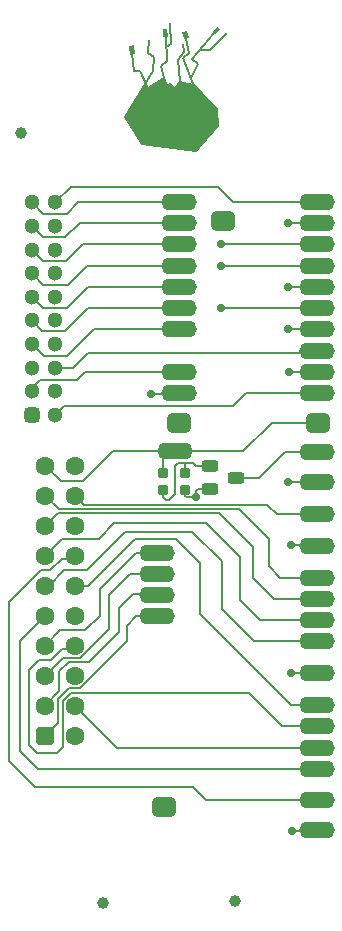
<source format=gtl>
G04*
G04 #@! TF.GenerationSoftware,Altium Limited,Altium Designer,23.3.1 (30)*
G04*
G04 Layer_Physical_Order=1*
G04 Layer_Color=255*
%FSLAX44Y44*%
%MOMM*%
G71*
G04*
G04 #@! TF.SameCoordinates,41E75030-AC82-498C-80ED-DFD746C42E25*
G04*
G04*
G04 #@! TF.FilePolarity,Positive*
G04*
G01*
G75*
%ADD10C,0.2000*%
%ADD12C,0.1656*%
G04:AMPARAMS|DCode=13|XSize=1mm|YSize=1.4mm|CornerRadius=0.25mm|HoleSize=0mm|Usage=FLASHONLY|Rotation=270.000|XOffset=0mm|YOffset=0mm|HoleType=Round|Shape=RoundedRectangle|*
%AMROUNDEDRECTD13*
21,1,1.0000,0.9000,0,0,270.0*
21,1,0.5000,1.4000,0,0,270.0*
1,1,0.5000,-0.4500,-0.2500*
1,1,0.5000,-0.4500,0.2500*
1,1,0.5000,0.4500,0.2500*
1,1,0.5000,0.4500,-0.2500*
%
%ADD13ROUNDEDRECTD13*%
G04:AMPARAMS|DCode=14|XSize=0.85mm|YSize=0.85mm|CornerRadius=0.2125mm|HoleSize=0mm|Usage=FLASHONLY|Rotation=0.000|XOffset=0mm|YOffset=0mm|HoleType=Round|Shape=RoundedRectangle|*
%AMROUNDEDRECTD14*
21,1,0.8500,0.4250,0,0,0.0*
21,1,0.4250,0.8500,0,0,0.0*
1,1,0.4250,0.2125,-0.2125*
1,1,0.4250,-0.2125,-0.2125*
1,1,0.4250,-0.2125,0.2125*
1,1,0.4250,0.2125,0.2125*
%
%ADD14ROUNDEDRECTD14*%
%ADD25O,3.0000X1.4000*%
%ADD26C,1.0000*%
G04:AMPARAMS|DCode=27|XSize=1.7mm|YSize=2mm|CornerRadius=0.425mm|HoleSize=0mm|Usage=FLASHONLY|Rotation=90.000|XOffset=0mm|YOffset=0mm|HoleType=Round|Shape=RoundedRectangle|*
%AMROUNDEDRECTD27*
21,1,1.7000,1.1500,0,0,90.0*
21,1,0.8500,2.0000,0,0,90.0*
1,1,0.8500,0.5750,0.4250*
1,1,0.8500,0.5750,-0.4250*
1,1,0.8500,-0.5750,-0.4250*
1,1,0.8500,-0.5750,0.4250*
%
%ADD27ROUNDEDRECTD27*%
%ADD28C,1.3000*%
G04:AMPARAMS|DCode=29|XSize=1.3mm|YSize=1.3mm|CornerRadius=0.325mm|HoleSize=0mm|Usage=FLASHONLY|Rotation=90.000|XOffset=0mm|YOffset=0mm|HoleType=Round|Shape=RoundedRectangle|*
%AMROUNDEDRECTD29*
21,1,1.3000,0.6500,0,0,90.0*
21,1,0.6500,1.3000,0,0,90.0*
1,1,0.6500,0.3250,0.3250*
1,1,0.6500,0.3250,-0.3250*
1,1,0.6500,-0.3250,-0.3250*
1,1,0.6500,-0.3250,0.3250*
%
%ADD29ROUNDEDRECTD29*%
%ADD30C,1.6000*%
G04:AMPARAMS|DCode=31|XSize=1.6mm|YSize=1.6mm|CornerRadius=0.4mm|HoleSize=0mm|Usage=FLASHONLY|Rotation=90.000|XOffset=0mm|YOffset=0mm|HoleType=Round|Shape=RoundedRectangle|*
%AMROUNDEDRECTD31*
21,1,1.6000,0.8000,0,0,90.0*
21,1,0.8000,1.6000,0,0,90.0*
1,1,0.8000,0.4000,0.4000*
1,1,0.8000,0.4000,-0.4000*
1,1,0.8000,-0.4000,-0.4000*
1,1,0.8000,-0.4000,0.4000*
%
%ADD31ROUNDEDRECTD31*%
%ADD32C,0.7000*%
G36*
X176621Y655304D02*
X130819Y660841D01*
X117049Y683963D01*
X134471Y712805D01*
X136477Y708876D01*
X149641Y716497D01*
X152066Y710088D01*
X154721Y712109D01*
X158936Y707202D01*
X162920Y714014D01*
X174553Y711676D01*
X194905Y691065D01*
X195771Y675996D01*
X176621Y655304D01*
D02*
G37*
G36*
X120075Y743991D02*
X121104Y736678D01*
X125324Y737272D01*
X124295Y744585D01*
X120075Y743991D01*
D02*
G37*
G36*
X148784Y758153D02*
X149258Y751458D01*
X152924Y751717D01*
X152451Y758412D01*
X148784Y758153D01*
D02*
G37*
G36*
X165139Y755704D02*
X166521Y749637D01*
X170807Y750613D01*
X169424Y756680D01*
X165139Y755704D01*
D02*
G37*
G36*
X194591Y760354D02*
X190851Y755976D01*
X193391Y753806D01*
X197131Y758185D01*
X194591Y760354D01*
D02*
G37*
D10*
X159000Y401000D02*
X217000D01*
X241000Y425000D02*
X280000D01*
X217000Y401000D02*
X241000Y425000D01*
X106250Y401000D02*
X154293D01*
X159000D01*
X148750Y382500D02*
Y395457D01*
X154293Y401000D01*
X168750Y361750D02*
X177000D01*
X167500Y363000D02*
X168750Y361750D01*
X167500Y368250D02*
X167750Y368500D01*
X167500Y363000D02*
Y368250D01*
X177000Y361750D02*
Y367250D01*
X178750Y369000D01*
X188750D01*
X81850Y355750D02*
X237250D01*
X74400Y363200D02*
X81850Y355750D01*
X237250D02*
X245000Y348000D01*
X159000Y388500D02*
X161750Y391250D01*
X174000D01*
X159000Y364672D02*
Y388500D01*
X157750Y363500D02*
X157828D01*
X159000Y364672D01*
X154000Y359750D02*
X157750Y363500D01*
X151000Y359750D02*
X154000D01*
X148750Y362000D02*
X151000Y359750D01*
X148750Y362000D02*
Y368500D01*
X176500Y388750D02*
X188000D01*
X188750Y388000D01*
X174000Y391250D02*
X176500Y388750D01*
X167750Y382500D02*
Y391221D01*
X210750Y378500D02*
X230500D01*
X252000Y400000D01*
X279000D01*
X80750Y375500D02*
X106250Y401000D01*
X57800Y431650D02*
X65150Y439000D01*
X207750D02*
X218750Y450000D01*
X65150Y439000D02*
X207750D01*
X218750Y450000D02*
X279000D01*
X245000Y348000D02*
X279000D01*
X213250Y351750D02*
X238500Y326500D01*
X248250Y294000D02*
X279000D01*
X238500Y303750D02*
Y326500D01*
Y303750D02*
X248250Y294000D01*
X196500Y348500D02*
X225250Y319750D01*
X242750Y276000D02*
X279000D01*
X225250Y293500D02*
Y319750D01*
Y293500D02*
X242750Y276000D01*
X185250Y339750D02*
X214000Y311000D01*
X231000Y258000D02*
X279000D01*
X214000Y275000D02*
Y311000D01*
Y275000D02*
X231000Y258000D01*
X225750Y240000D02*
X279000D01*
X198500Y267250D02*
Y308000D01*
X173750Y332750D02*
X198500Y308000D01*
Y267250D02*
X225750Y240000D01*
X159750Y326500D02*
X180000Y306250D01*
Y263500D02*
Y306250D01*
Y263500D02*
X257500Y186000D01*
X221250Y196250D02*
X249500Y168000D01*
X70754Y196250D02*
X221250D01*
X109800Y150000D02*
X279000D01*
X74400Y185400D02*
X109800Y150000D01*
X28000Y147250D02*
X43250Y132000D01*
X279000D01*
X40250Y117000D02*
X174000D01*
X185000Y106000D01*
X279000D01*
X257250Y321250D02*
X257375Y321125D01*
X278875D02*
X279000Y321000D01*
X257375Y321125D02*
X278875D01*
Y374875D02*
X279000Y375000D01*
X254750Y374750D02*
X254875Y374875D01*
X278875D01*
X257500Y186000D02*
X279000D01*
X257500Y213000D02*
X279000D01*
X249500Y168000D02*
X279000D01*
X258000Y79500D02*
X258250Y79750D01*
X278750D01*
X279000Y80000D01*
X35000Y152250D02*
Y215500D01*
Y152250D02*
X42250Y145000D01*
X59000D01*
X35000Y215500D02*
X43750Y224250D01*
X53956D01*
X82750Y249250D02*
X95250Y261750D01*
Y284500D02*
X125750Y315000D01*
X95250Y261750D02*
Y284500D01*
X111250Y268000D02*
X123250Y280000D01*
X111250Y248000D02*
Y268000D01*
X85950Y222700D02*
X111250Y248000D01*
X78646Y200550D02*
X118500Y240404D01*
Y253250D02*
X126250Y261000D01*
X118500Y240404D02*
Y253250D01*
X69450Y222700D02*
X85950D01*
X59000Y145000D02*
X64150Y150150D01*
Y189646D01*
X18750Y273500D02*
X45750Y300500D01*
X18750Y138500D02*
X40250Y117000D01*
X18750Y138500D02*
Y273500D01*
X28000Y147250D02*
Y240600D01*
X49000Y261600D01*
X62050Y249250D02*
X82750D01*
X107500Y339750D02*
X185250D01*
X94500Y326750D02*
X107500Y339750D01*
X117000Y332750D02*
X173750D01*
X84250Y300000D02*
X117000Y332750D01*
X125250Y326500D02*
X159750D01*
X85750Y287000D02*
X125250Y326500D01*
X59700Y348500D02*
X196500D01*
X63350Y326750D02*
X94500D01*
X255250Y468000D02*
X279000D01*
X254750Y594000D02*
X279000D01*
X278875Y539875D02*
X279000Y540000D01*
X254875Y539875D02*
X278875D01*
X254750Y539750D02*
X254875Y539875D01*
X255000Y504000D02*
X279000D01*
X161750Y449750D02*
X162000Y450000D01*
X139000Y449500D02*
X139250Y449750D01*
X161750D01*
X198000Y522000D02*
X279000D01*
X198000Y558000D02*
X279000D01*
X198000Y576000D02*
X279000D01*
X62100Y375500D02*
X80750D01*
X49000Y388600D02*
X62100Y375500D01*
X59750Y191000D02*
X69300Y200550D01*
X59750Y170750D02*
Y191000D01*
X69300Y200550D02*
X78646D01*
X64150Y189646D02*
X70754Y196250D01*
X49000Y160000D02*
X59750Y170750D01*
X63400Y233694D02*
X71894D01*
X53956Y224250D02*
X63400Y233694D01*
X71894D02*
X74400Y236200D01*
X49000Y185400D02*
X61210Y197610D01*
Y214460D01*
X69450Y222700D01*
X64150Y225950D02*
X78646D01*
X49000Y210800D02*
X64150Y225950D01*
X78646D02*
X103250Y250554D01*
Y279250D01*
X121250Y297250D01*
X45750Y300500D02*
X53500D01*
X62997Y309997D01*
X71997D01*
X74400Y312400D01*
X52250Y287000D02*
X65250Y300000D01*
X84250D01*
X74400Y287000D02*
X85750D01*
X125750Y315000D02*
X144000D01*
X49000Y236200D02*
X62050Y249250D01*
X143750Y297250D02*
X144000Y297000D01*
X121250Y297250D02*
X143750D01*
X123250Y280000D02*
X143000D01*
X144000Y279000D01*
X126250Y261000D02*
X144000D01*
X49000Y287000D02*
X52250D01*
X49000Y363200D02*
X60450Y351750D01*
X213250D01*
X49096Y312496D02*
X63350Y326750D01*
X49000Y337800D02*
X59700Y348500D01*
X85250Y522000D02*
X162000D01*
X66150Y502900D02*
X85250Y522000D01*
X57800Y611650D02*
X71150Y625000D01*
X195250D01*
X208250Y612000D01*
X279000D01*
X72650Y471650D02*
X85250Y484250D01*
X57800Y471650D02*
X72650D01*
X85250Y484250D02*
X277250D01*
X44926Y461250D02*
X75750D01*
X82500Y468000D02*
X162000D01*
X75750Y461250D02*
X82500Y468000D01*
X67150Y601900D02*
X77250Y612000D01*
X39450Y610000D02*
X47550Y601900D01*
X67150D01*
X47950Y481500D02*
X67750D01*
X90250Y504000D02*
X162000D01*
X67750Y481500D02*
X90250Y504000D01*
X46550Y502900D02*
X66150D01*
X85500Y540000D02*
X162000D01*
X47550Y521900D02*
X67400D01*
X85500Y540000D01*
X84750Y558000D02*
X162000D01*
X68650Y541900D02*
X84750Y558000D01*
X47550Y541900D02*
X68650D01*
X47550Y561900D02*
X66900D01*
X81000Y576000D02*
X162000D01*
X66900Y561900D02*
X81000Y576000D01*
X47550Y581900D02*
X66150D01*
X78250Y594000D02*
X162000D01*
X66150Y581900D02*
X78250Y594000D01*
X77250Y612000D02*
X162000D01*
X37800Y454124D02*
X44926Y461250D01*
X37800Y491650D02*
X47950Y481500D01*
X277250Y484250D02*
X279000Y486000D01*
X37800Y451650D02*
Y454124D01*
Y511650D02*
X46550Y502900D01*
X37800Y531650D02*
X47550Y521900D01*
X37800Y551650D02*
X47550Y541900D01*
X37800Y571650D02*
X47550Y561900D01*
X37800Y591650D02*
X47550Y581900D01*
X37500Y610000D02*
X39450D01*
D12*
X174553Y711676D02*
X194905Y691065D01*
X171896Y718602D02*
X174553Y711676D01*
X173006Y718720D02*
X178443Y728922D01*
X166148Y733587D02*
X171003Y737956D01*
X172306Y717534D02*
X173006Y718720D01*
X173711Y732941D02*
X178443Y728922D01*
X166148Y733587D02*
X171896Y718602D01*
X194905Y691065D02*
X195771Y675996D01*
X157738Y695724D02*
X162330Y698957D01*
X160676Y702701D02*
X166961Y709973D01*
X160676Y702701D02*
X162330Y698957D01*
X158936Y707202D02*
X162920Y714014D01*
X166961Y709973D01*
X161361Y732028D02*
X162920Y714014D01*
X161361Y732028D02*
X166615Y738840D01*
X122646Y737087D02*
X124468Y722732D01*
X180041Y740401D02*
X188669D01*
X165824Y745942D02*
X166615Y738840D01*
X168318Y750046D02*
X171003Y737956D01*
X173711Y732941D02*
X192258Y754799D01*
X140432Y722675D02*
X141121Y734678D01*
X151028Y751635D02*
X152123Y731162D01*
X147100Y727005D02*
X152123Y731162D01*
X188669Y740401D02*
X203129Y755328D01*
X136249Y738166D02*
X136952Y749076D01*
X136249Y738166D02*
X141121Y734678D01*
X151484Y743112D02*
X155472Y745942D01*
X147100Y727005D02*
X149641Y716497D01*
X154783Y763909D02*
X155472Y745942D01*
X124468Y722732D02*
X129549Y722444D01*
X117049Y683963D02*
X140432Y722675D01*
X136477Y708876D02*
X149641Y716497D01*
X152066Y710088D01*
X129549Y722444D02*
X136477Y708876D01*
X152066Y710088D02*
X154721Y712109D01*
X158936Y707202D01*
X117049Y683963D02*
X130819Y660841D01*
X176621Y655304D02*
X195771Y675996D01*
X130819Y660841D02*
X176621Y655304D01*
D13*
X188750Y388000D02*
D03*
Y369000D02*
D03*
X210750Y378500D02*
D03*
D14*
X148750Y382500D02*
D03*
Y368500D02*
D03*
X167750D02*
D03*
Y382500D02*
D03*
D25*
X279000Y400000D02*
D03*
Y213000D02*
D03*
Y321000D02*
D03*
X162000Y612000D02*
D03*
X279000D02*
D03*
X162000Y594000D02*
D03*
X279000Y576000D02*
D03*
X162000D02*
D03*
X279000Y375000D02*
D03*
X162000Y558000D02*
D03*
X279000D02*
D03*
X162000Y540000D02*
D03*
Y522000D02*
D03*
X279000D02*
D03*
X162000Y504000D02*
D03*
X279000Y486000D02*
D03*
Y468000D02*
D03*
X162000D02*
D03*
Y450000D02*
D03*
X279000D02*
D03*
X159000Y401000D02*
D03*
X279000Y594000D02*
D03*
Y294000D02*
D03*
Y348000D02*
D03*
Y276000D02*
D03*
Y106000D02*
D03*
Y258000D02*
D03*
Y186000D02*
D03*
Y240000D02*
D03*
Y540000D02*
D03*
Y132000D02*
D03*
Y168000D02*
D03*
X144000Y315000D02*
D03*
X279000Y504000D02*
D03*
X144000Y297000D02*
D03*
X279000Y150000D02*
D03*
X144000Y279000D02*
D03*
X279000Y80000D02*
D03*
X144000Y261000D02*
D03*
D26*
X98000Y18500D02*
D03*
X28250Y670500D02*
D03*
X210000Y20000D02*
D03*
D27*
X200000Y596000D02*
D03*
X150000Y100000D02*
D03*
X162000Y425000D02*
D03*
X280000D02*
D03*
D28*
X37800Y471650D02*
D03*
X57800Y451650D02*
D03*
Y611650D02*
D03*
X37800D02*
D03*
X57800Y591650D02*
D03*
X37800D02*
D03*
X57800Y571650D02*
D03*
X37800D02*
D03*
X57800Y551650D02*
D03*
X37800D02*
D03*
X57800Y531650D02*
D03*
X37800D02*
D03*
X57800Y511650D02*
D03*
X37800D02*
D03*
X57800Y491650D02*
D03*
X37800D02*
D03*
X57800Y471650D02*
D03*
X37800Y451650D02*
D03*
X57800Y431650D02*
D03*
D29*
X37800D02*
D03*
D30*
X74400Y160000D02*
D03*
X49000Y185400D02*
D03*
X74400D02*
D03*
X49000Y210800D02*
D03*
X74400D02*
D03*
X49000Y236200D02*
D03*
X74400D02*
D03*
X49000Y261600D02*
D03*
X74400D02*
D03*
X49000Y287000D02*
D03*
X74400D02*
D03*
X49000Y312400D02*
D03*
X74400D02*
D03*
X49000Y337800D02*
D03*
X74400D02*
D03*
X49000Y363200D02*
D03*
X74400D02*
D03*
X49000Y388600D02*
D03*
X74400D02*
D03*
D31*
X49000Y160000D02*
D03*
D32*
X177000Y361750D02*
D03*
X257500Y213000D02*
D03*
X254750Y374750D02*
D03*
X257250Y321250D02*
D03*
X258000Y79500D02*
D03*
X255250Y468000D02*
D03*
X254750Y594000D02*
D03*
Y539750D02*
D03*
X255000Y504000D02*
D03*
X139000Y449500D02*
D03*
X198000Y522000D02*
D03*
Y558000D02*
D03*
Y576000D02*
D03*
M02*

</source>
